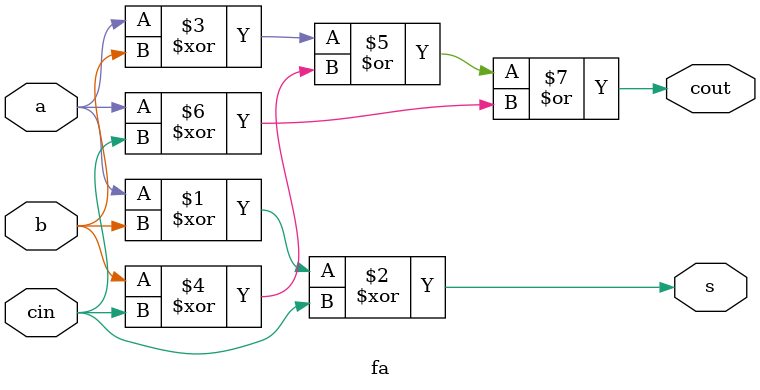
<source format=v>
module fa(input a,b,cin, output s,cout);
assign s = a^b^cin;
assign cout = (a^b)|(b^cin)|(a^cin);
endmodule

</source>
